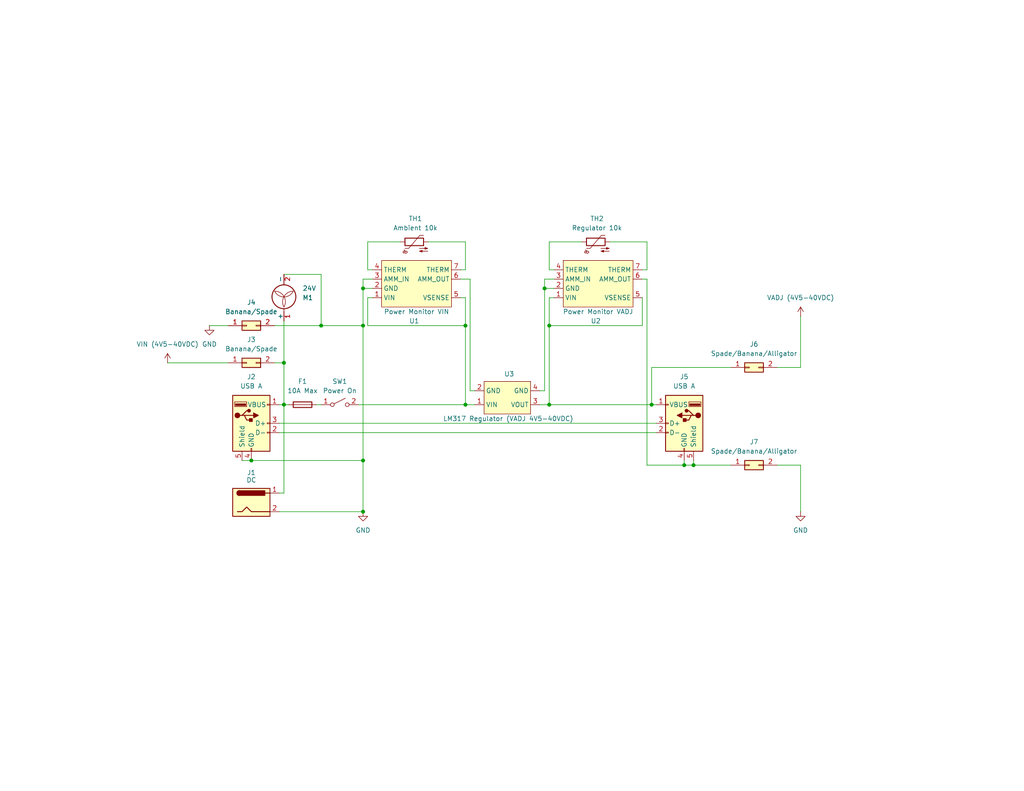
<source format=kicad_sch>
(kicad_sch (version 20250114) (generator "eeschema") (generator_version "9.0")
  (paper "USLetter")
  (title_block (title "Wattson") (date "2025-04-20") (rev "1") (company "Illusion Interactive"))
  (lib_symbols
    (symbol "Connector:Jack-DC" (pin_names (offset 1.016))
      (property "Reference" "J" (at 0 5.334 0))
      (property "Value" "Jack-DC" (at 0 -5.08 0))
      (symbol "Jack-DC_0_1"
        (rectangle (start -5.08 3.81) (end 5.08 -3.81) (stroke (width 0.254)) (fill (type background)))
        (polyline (pts (xy -3.81 -2.54) (xy -2.54 -2.54) (xy -1.27 -1.27) (xy 0 -2.54) (xy 2.54 -2.54) (xy 5.08 -2.54)) (stroke (width 0.254)))
        (arc (start -3.302 1.905) (mid -3.9343 2.54) (end -3.302 3.175) (stroke (width 0.254)))
        (arc (start -3.302 1.905) (mid -3.9343 2.54) (end -3.302 3.175) (stroke (width 0.254)) (fill (type outline)))
        (rectangle (start 3.683 3.175) (end -3.302 1.905) (stroke (width 0.254)) (fill (type outline)))
        (polyline (pts (xy 5.08 2.54) (xy 3.81 2.54)) (stroke (width 0.254)))
      )
      (symbol "Jack-DC_1_1"
        (pin passive line (at 7.62 2.54 180) (length 2.54) (name "~") (number "1"))
        (pin passive line (at 7.62 -2.54 180) (length 2.54) (name "~") (number "2"))
      )
    )
    (symbol "Connector:USB_A" (pin_names (offset 1.016))
      (property "Reference" "J" (at -5.08 11.43 0))
      (property "Value" "USB_A" (at -5.08 8.89 0))
      (symbol "USB_A_0_1"
        (rectangle (start -5.08 -7.62) (end 5.08 7.62) (stroke (width 0.254)) (fill (type background)))
        (circle (center -3.81 2.159) (radius 0.635) (stroke (width 0.254)) (fill (type outline)))
        (polyline (pts (xy -3.175 2.159) (xy -2.54 2.159) (xy -1.27 3.429) (xy -0.635 3.429)) (stroke (width 0.254)))
        (polyline (pts (xy -2.54 2.159) (xy -1.905 2.159) (xy -1.27 0.889) (xy 0 0.889)) (stroke (width 0.254)))
        (rectangle (start -1.524 4.826) (end -4.318 5.334) (fill (type outline)))
        (rectangle (start -1.27 4.572) (end -4.572 5.842))
        (circle (center -0.635 3.429) (radius 0.381) (stroke (width 0.254)) (fill (type outline)))
        (rectangle (start -0.127 -7.62) (end 0.127 -6.858))
        (rectangle (start 0.254 1.27) (end -0.508 0.508) (stroke (width 0.254)) (fill (type outline)))
        (polyline (pts (xy 0.635 2.794) (xy 0.635 1.524) (xy 1.905 2.159) (xy 0.635 2.794)) (stroke (width 0.254)) (fill (type outline)))
        (rectangle (start 5.08 4.953) (end 4.318 5.207))
        (rectangle (start 5.08 -0.127) (end 4.318 0.127))
        (rectangle (start 5.08 -2.667) (end 4.318 -2.413))
      )
      (symbol "USB_A_1_1"
        (polyline (pts (xy -1.905 2.159) (xy 0.635 2.159)) (stroke (width 0.254)))
        (pin passive line (at -2.54 -10.16 90) (length 2.54) (name "Shield") (number "5"))
        (pin power_in line (at 0 -10.16 90) (length 2.54) (name "GND") (number "4"))
        (pin power_in line (at 7.62 5.08 180) (length 2.54) (name "VBUS") (number "1"))
        (pin bidirectional line (at 7.62 0 180) (length 2.54) (name "D+") (number "3"))
        (pin bidirectional line (at 7.62 -2.54 180) (length 2.54) (name "D-") (number "2"))
      )
    )
    (symbol "Connector_Generic:Conn_02x01" (pin_names (offset 1.016) (hide yes))
      (property "Reference" "J" (at 1.27 2.54 0))
      (property "Value" "Conn_02x01" (at 1.27 -2.54 0))
      (symbol "Conn_02x01_1_1"
        (rectangle (start -1.27 1.27) (end 3.81 -1.27) (stroke (width 0.254)) (fill (type background)))
        (rectangle (start -1.27 0.127) (end 0 -0.127) (stroke (width 0.1524)))
        (rectangle (start 3.81 0.127) (end 2.54 -0.127) (stroke (width 0.1524)))
        (pin passive line (at -5.08 0 0) (length 3.81) (name "Pin_1") (number "1"))
        (pin passive line (at 7.62 0 180) (length 3.81) (name "Pin_2") (number "2"))
      )
    )
    (symbol "Custom:Power_Monitor"
      (symbol "Power_Monitor_0_1"
        (rectangle (start -8.89 3.81) (end 10.16 -8.89) (fill (type background)))
      )
      (symbol "Power_Monitor_1_1"
        (pin input line (at -11.43 1.27 0) (length 2.54) (name "VIN") (number "1"))
        (pin input line (at -11.43 -1.27 0) (length 2.54) (name "GND") (number "2"))
        (pin input line (at -11.43 -3.81 0) (length 2.54) (name "AMM_IN") (number "3"))
        (pin input line (at -11.43 -6.35 0) (length 2.54) (name "THERM") (number "4"))
        (pin input line (at 12.7 1.27 180) (length 2.54) (name "VSENSE") (number "5"))
        (pin input line (at 12.7 -3.81 180) (length 2.54) (name "AMM_OUT") (number "6"))
        (pin input line (at 12.7 -6.35 180) (length 2.54) (name "THERM") (number "7"))
      )
    )
    (symbol "Custom:Voltage_Regulator"
      (property "Reference" "U" (at 0 0 0))
      (symbol "Voltage_Regulator_0_1"
        (rectangle (start -6.35 -1.27) (end 6.35 -10.16) (fill (type background)))
      )
      (symbol "Voltage_Regulator_1_1"
        (pin input line (at -8.89 -3.81 0) (length 2.54) (name "VIN") (number "1"))
        (pin input line (at -8.89 -7.62 0) (length 2.54) (name "GND") (number "2"))
        (pin output line (at 8.89 -3.81 180) (length 2.54) (name "VOUT") (number "3"))
        (pin output line (at 8.89 -7.62 180) (length 2.54) (name "GND") (number "4"))
      )
    )
    (symbol "Device:Fuse" (pin_numbers (hide yes)) (pin_names (offset 0))
      (property "Reference" "F" (at 2.032 0 90))
      (property "Value" "Fuse" (at -1.905 0 90))
      (symbol "Fuse_0_1"
        (rectangle (start -0.762 -2.54) (end 0.762 2.54) (stroke (width 0.254)))
        (polyline (pts (xy 0 2.54) (xy 0 -2.54)))
      )
      (symbol "Fuse_1_1"
        (pin passive line (at 0 3.81 270) (length 1.27) (name "~") (number "1"))
        (pin passive line (at 0 -3.81 90) (length 1.27) (name "~") (number "2"))
      )
    )
    (symbol "Device:Thermistor_NTC" (pin_numbers (hide yes)) (pin_names (offset 0))
      (property "Reference" "TH" (at -4.445 0 90))
      (property "Value" "Thermistor_NTC" (at 3.175 0 90))
      (symbol "Thermistor_NTC_0_1"
        (arc (start -3.175 2.413) (mid -3.0506 2.3165) (end -3.048 2.159))
        (arc (start -3.048 2.794) (mid -2.9736 2.9736) (end -2.794 3.048))
        (arc (start -2.794 3.048) (mid -2.6144 2.9736) (end -2.54 2.794))
        (arc (start -2.794 2.54) (mid -2.9736 2.6144) (end -3.048 2.794))
        (arc (start -2.794 1.905) (mid -2.9736 1.9794) (end -3.048 2.159))
        (arc (start -2.54 2.159) (mid -2.6144 1.9794) (end -2.794 1.905))
        (arc (start -2.159 2.794) (mid -2.434 2.5608) (end -2.794 2.54))
        (polyline (pts (xy -2.54 2.159) (xy -2.54 2.794)))
        (polyline (pts (xy -2.54 -3.683) (xy -2.54 -1.397) (xy -2.794 -2.159) (xy -2.286 -2.159) (xy -2.54 -1.397) (xy -2.54 -1.651)) (fill (type outline)))
        (polyline (pts (xy -1.778 2.54) (xy -1.778 1.524) (xy 1.778 -1.524) (xy 1.778 -2.54)))
        (polyline (pts (xy -1.778 -1.397) (xy -1.778 -3.683) (xy -2.032 -2.921) (xy -1.524 -2.921) (xy -1.778 -3.683) (xy -1.778 -3.429)) (fill (type outline)))
        (rectangle (start -1.016 2.54) (end 1.016 -2.54) (stroke (width 0.254)))
      )
      (symbol "Thermistor_NTC_1_1"
        (pin passive line (at 0 3.81 270) (length 1.27) (name "~") (number "1"))
        (pin passive line (at 0 -3.81 90) (length 1.27) (name "~") (number "2"))
      )
    )
    (symbol "Motor:Fan" (pin_names (offset 0))
      (property "Reference" "M" (at 2.54 5.08 0))
      (property "Value" "Fan" (at 2.54 -2.54 0))
      (symbol "Fan_0_1"
        (arc (start 0 3.81) (mid -0.0015 0.9048) (end -2.54 -0.508))
        (polyline (pts (xy 0 4.572) (xy 0 5.08)))
        (polyline (pts (xy 0 4.2672) (xy 0 4.6228)))
        (circle (center 0 1.016) (radius 3.2512) (stroke (width 0.254)))
        (arc (start -2.54 -0.508) (mid 0 1.0618) (end 2.54 -0.508))
        (polyline (pts (xy 0 -2.2352) (xy 0 -2.6416)))
        (polyline (pts (xy 0 -5.08) (xy 0 -4.572)))
        (arc (start 2.54 -0.508) (mid 0.047 0.9315) (end 0 3.81))
      )
      (symbol "Fan_1_1"
        (pin passive line (at 0 7.62 270) (length 2.54) (name "+") (number "1"))
        (pin passive line (at 0 -5.08 90) (length 2.54) (name "-") (number "2"))
      )
    )
    (symbol "Switch:SW_SPST" (pin_names (offset 0) (hide yes))
      (property "Reference" "SW" (at 0 3.175 0))
      (property "Value" "SW_SPST" (at 0 -2.54 0))
      (symbol "SW_SPST_0_0"
        (circle (center -2.032 0) (radius 0.508))
        (polyline (pts (xy -1.524 0.254) (xy 1.524 1.778)))
        (circle (center 2.032 0) (radius 0.508))
      )
      (symbol "SW_SPST_1_1"
        (pin passive line (at -5.08 0 0) (length 2.54) (name "A") (number "1"))
        (pin passive line (at 5.08 0 180) (length 2.54) (name "B") (number "2"))
      )
    )
    (symbol "power:GND" (power) (pin_numbers (hide yes)) (pin_names (offset 0) (hide yes))
      (property "Value" "GND" (at 0 -3.81 0))
      (symbol "GND_0_1"
        (polyline (pts (xy 0 0) (xy 0 -1.27) (xy 1.27 -1.27) (xy 0 -2.54) (xy -1.27 -1.27) (xy 0 -1.27)))
      )
      (symbol "GND_1_1"
        (pin power_in line (at 0 0 270) (length 0) (name "~") (number "1"))
      )
    )
    (symbol "power:VDC" (power) (pin_numbers (hide yes)) (pin_names (offset 0) (hide yes))
      (property "Value" "VDC" (at 0 3.556 0))
      (symbol "VDC_0_1"
        (polyline (pts (xy -0.762 1.27) (xy 0 2.54)))
        (polyline (pts (xy 0 2.54) (xy 0.762 1.27)))
        (polyline (pts (xy 0 0) (xy 0 2.54)))
      )
      (symbol "VDC_1_1"
        (pin power_in line (at 0 0 90) (length 0) (name "~") (number "1"))
      )
    )
  )
  (junction (at 189.23 127))
  (junction (at 186.69 127))
  (junction (at 177.8 110.49))
  (junction (at 99.06 139.7))
  (junction (at 127 110.49))
  (junction (at 99.06 78.74))
  (junction (at 77.47 99.06))
  (junction (at 87.63 88.9))
  (junction (at 149.86 110.49))
  (junction (at 99.06 88.9))
  (junction (at 127 88.9))
  (junction (at 149.86 88.9))
  (junction (at 148.59 78.74))
  (junction (at 77.47 110.49))
  (junction (at 68.58 125.73))
  (junction (at 99.06 125.73))
  (wire (pts (xy 57.15 88.9) (xy 62.23 88.9)))
  (wire (pts (xy 101.6 76.2) (xy 99.06 76.2)))
  (wire (pts (xy 148.59 78.74) (xy 151.13 78.74)))
  (wire (pts (xy 100.33 81.28) (xy 101.6 81.28)))
  (wire (pts (xy 87.63 74.93) (xy 87.63 88.9)))
  (wire (pts (xy 77.47 110.49) (xy 77.47 134.62)))
  (wire (pts (xy 127 66.04) (xy 127 73.66)))
  (wire (pts (xy 100.33 66.04) (xy 100.33 73.66)))
  (wire (pts (xy 177.8 110.49) (xy 179.07 110.49)))
  (wire (pts (xy 68.58 125.73) (xy 99.06 125.73)))
  (wire (pts (xy 149.86 73.66) (xy 149.86 66.04)))
  (wire (pts (xy 149.86 81.28) (xy 149.86 88.9)))
  (wire (pts (xy 97.79 110.49) (xy 127 110.49)))
  (wire (pts (xy 127 81.28) (xy 125.73 81.28)))
  (wire (pts (xy 77.47 74.93) (xy 87.63 74.93)))
  (wire (pts (xy 189.23 125.73) (xy 189.23 127)))
  (wire (pts (xy 77.47 110.49) (xy 76.2 110.49)))
  (wire (pts (xy 99.06 78.74) (xy 101.6 78.74)))
  (wire (pts (xy 148.59 106.68) (xy 148.59 78.74)))
  (wire (pts (xy 148.59 76.2) (xy 151.13 76.2)))
  (wire (pts (xy 149.86 88.9) (xy 175.26 88.9)))
  (wire (pts (xy 218.44 127) (xy 218.44 139.7)))
  (wire (pts (xy 212.09 127) (xy 218.44 127)))
  (wire (pts (xy 86.36 110.49) (xy 87.63 110.49)))
  (wire (pts (xy 149.86 66.04) (xy 158.75 66.04)))
  (wire (pts (xy 74.93 88.9) (xy 87.63 88.9)))
  (wire (pts (xy 127 110.49) (xy 129.54 110.49)))
  (wire (pts (xy 109.22 66.04) (xy 100.33 66.04)))
  (wire (pts (xy 100.33 88.9) (xy 127 88.9)))
  (wire (pts (xy 127 88.9) (xy 127 110.49)))
  (wire (pts (xy 151.13 73.66) (xy 149.86 73.66)))
  (wire (pts (xy 45.72 99.06) (xy 62.23 99.06)))
  (wire (pts (xy 77.47 99.06) (xy 77.47 110.49)))
  (wire (pts (xy 175.26 76.2) (xy 176.53 76.2)))
  (wire (pts (xy 189.23 127) (xy 199.39 127)))
  (wire (pts (xy 147.32 110.49) (xy 149.86 110.49)))
  (wire (pts (xy 116.84 66.04) (xy 127 66.04)))
  (wire (pts (xy 99.06 88.9) (xy 99.06 125.73)))
  (wire (pts (xy 99.06 76.2) (xy 99.06 78.74)))
  (wire (pts (xy 77.47 110.49) (xy 78.74 110.49)))
  (wire (pts (xy 176.53 66.04) (xy 176.53 73.66)))
  (wire (pts (xy 175.26 73.66) (xy 176.53 73.66)))
  (wire (pts (xy 128.27 76.2) (xy 128.27 106.68)))
  (wire (pts (xy 76.2 134.62) (xy 77.47 134.62)))
  (wire (pts (xy 149.86 88.9) (xy 149.86 110.49)))
  (wire (pts (xy 100.33 81.28) (xy 100.33 88.9)))
  (wire (pts (xy 175.26 81.28) (xy 175.26 88.9)))
  (wire (pts (xy 149.86 110.49) (xy 177.8 110.49)))
  (wire (pts (xy 87.63 88.9) (xy 99.06 88.9)))
  (wire (pts (xy 76.2 118.11) (xy 179.07 118.11)))
  (wire (pts (xy 186.69 127) (xy 189.23 127)))
  (wire (pts (xy 128.27 76.2) (xy 125.73 76.2)))
  (wire (pts (xy 77.47 87.63) (xy 77.47 99.06)))
  (wire (pts (xy 186.69 125.73) (xy 186.69 127)))
  (wire (pts (xy 148.59 106.68) (xy 147.32 106.68)))
  (wire (pts (xy 99.06 125.73) (xy 99.06 139.7)))
  (wire (pts (xy 76.2 139.7) (xy 99.06 139.7)))
  (wire (pts (xy 177.8 100.33) (xy 177.8 110.49)))
  (wire (pts (xy 127 73.66) (xy 125.73 73.66)))
  (wire (pts (xy 76.2 115.57) (xy 179.07 115.57)))
  (wire (pts (xy 176.53 76.2) (xy 176.53 127)))
  (wire (pts (xy 166.37 66.04) (xy 176.53 66.04)))
  (wire (pts (xy 218.44 86.36) (xy 218.44 100.33)))
  (wire (pts (xy 176.53 127) (xy 186.69 127)))
  (wire (pts (xy 212.09 100.33) (xy 218.44 100.33)))
  (wire (pts (xy 99.06 78.74) (xy 99.06 88.9)))
  (wire (pts (xy 128.27 106.68) (xy 129.54 106.68)))
  (wire (pts (xy 148.59 78.74) (xy 148.59 76.2)))
  (wire (pts (xy 177.8 100.33) (xy 199.39 100.33)))
  (wire (pts (xy 149.86 81.28) (xy 151.13 81.28)))
  (wire (pts (xy 100.33 73.66) (xy 101.6 73.66)))
  (wire (pts (xy 66.04 125.73) (xy 68.58 125.73)))
  (wire (pts (xy 74.93 99.06) (xy 77.47 99.06)))
  (wire (pts (xy 127 81.28) (xy 127 88.9)))
  (symbol (lib_id "Custom:Power_Monitor") (at 162.56 80.01 0) (mirror x) (unit 1)
    (property "Reference" "U2" (at 162.56 87.63 0))
    (property "Value" "Power Monitor VADJ" (at 163.195 85.09 0))
  )
  (symbol (lib_id "Device:Fuse") (at 82.55 110.49 90) (unit 1)
    (property "Reference" "F1" (at 82.55 104.14 90))
    (property "Value" "10A Max" (at 82.55 106.68 90))
    (property "Description" "Fuse" (effects (hide yes)))
  )
  (symbol (lib_id "Connector:USB_A") (at 186.69 115.57 0) (mirror y) (unit 1)
    (property "Reference" "J5" (at 186.69 102.87 0))
    (property "Value" "USB A" (at 186.69 105.41 0))
    (property "Description" "USB Type A connector" (effects (hide yes)))
  )
  (symbol (lib_id "Custom:Voltage_Regulator") (at 138.43 114.3 0) (mirror x) (unit 1)
    (property "Reference" "U3" (at 138.938 102.108 0))
    (property "Value" "LM317 Regulator (VADJ 4V5-40VDC)" (at 138.684 114.3 0))
  )
  (symbol (lib_id "Connector_Generic:Conn_02x01") (at 67.31 88.9 0) (unit 1)
    (property "Reference" "J4" (at 68.58 82.55 0))
    (property "Value" "Banana/Spade" (at 68.58 85.09 0))
    (property "Description" "Generic connector, double row, 02x01, this symbol is compatible with counter-clockwise, top-bottom and odd-even numbering schemes., script generated (kicad-library-utils/schlib/autogen/connector/)" (effects (hide yes)))
  )
  (symbol (lib_id "Connector_Generic:Conn_02x01") (at 67.31 99.06 0) (unit 1)
    (property "Reference" "J3" (at 68.58 92.71 0))
    (property "Value" "Banana/Spade" (at 68.58 95.25 0))
    (property "Description" "Generic connector, double row, 02x01, this symbol is compatible with counter-clockwise, top-bottom and odd-even numbering schemes., script generated (kicad-library-utils/schlib/autogen/connector/)" (effects (hide yes)))
  )
  (symbol (lib_id "Connector:Jack-DC") (at 68.58 137.16 0) (unit 1)
    (property "Reference" "J1" (at 68.58 129.032 0))
    (property "Value" "DC" (at 68.58 131.064 0))
    (property "Description" "DC Barrel Jack" (effects (hide yes)))
  )
  (symbol (lib_id "power:VDC") (at 218.44 86.36 0) (unit 1)
    (property "Reference" "#PWR05" (effects (hide yes)))
    (property "Value" "VADJ (4V5-40VDC)" (at 218.44 81.28 0))
    (property "Description" "Power symbol creates a global label with name \"VDC\"" (effects (hide yes)))
  )
  (symbol (lib_id "Switch:SW_SPST") (at 92.71 110.49 0) (unit 1)
    (property "Reference" "SW1" (at 92.71 104.14 0))
    (property "Value" "Power On" (at 92.71 106.68 0))
    (property "Description" "Single Pole Single Throw (SPST) switch" (effects (hide yes)))
  )
  (symbol (lib_id "power:VDC") (at 45.72 99.06 0) (unit 1)
    (property "Reference" "#PWR02" (effects (hide yes)))
    (property "Value" "VIN (4V5-40VDC)" (at 45.72 93.98 0))
    (property "Description" "Power symbol creates a global label with name \"VDC\"" (effects (hide yes)))
  )
  (symbol (lib_id "Connector_Generic:Conn_02x01") (at 204.47 127 0) (unit 1)
    (property "Reference" "J7" (at 205.74 120.65 0))
    (property "Value" "Spade/Banana/Alligator" (at 205.74 123.19 0))
    (property "Description" "Generic connector, double row, 02x01, this symbol is compatible with counter-clockwise, top-bottom and odd-even numbering schemes., script generated (kicad-library-utils/schlib/autogen/connector/)" (effects (hide yes)))
  )
  (symbol (lib_id "Device:Thermistor_NTC") (at 162.56 66.04 90) (unit 1)
    (property "Reference" "TH2" (at 162.8775 59.69 90))
    (property "Value" "Regulator 10k" (at 162.8775 62.23 90))
    (property "Description" "Temperature dependent resistor, negative temperature coefficient" (effects (hide yes)))
  )
  (symbol (lib_id "power:GND") (at 99.06 139.7 0) (unit 1)
    (property "Reference" "#PWR01" (effects (hide yes)))
    (property "Value" "GND" (at 99.06 144.78 0))
    (property "Description" "Power symbol creates a global label with name \"GND\" , ground" (effects (hide yes)))
  )
  (symbol (lib_id "Motor:Fan") (at 77.47 80.01 0) (mirror x) (unit 1)
    (property "Reference" "M1" (at 82.55 81.2801 0) (effects (justify left)))
    (property "Value" "24V" (at 82.55 78.7401 0) (effects (justify left)))
    (property "Description" "Fan" (effects (hide yes)))
  )
  (symbol (lib_id "power:GND") (at 218.44 139.7 0) (unit 1)
    (property "Reference" "#PWR04" (effects (hide yes)))
    (property "Value" "GND" (at 218.44 144.78 0))
    (property "Description" "Power symbol creates a global label with name \"GND\" , ground" (effects (hide yes)))
  )
  (symbol (lib_id "Connector:USB_A") (at 68.58 115.57 0) (unit 1)
    (property "Reference" "J2" (at 68.58 102.87 0))
    (property "Value" "USB A" (at 68.58 105.41 0))
    (property "Description" "USB Type A connector" (effects (hide yes)))
  )
  (symbol (lib_id "Connector_Generic:Conn_02x01") (at 204.47 100.33 0) (unit 1)
    (property "Reference" "J6" (at 205.74 93.98 0))
    (property "Value" "Spade/Banana/Alligator" (at 205.74 96.52 0))
    (property "Description" "Generic connector, double row, 02x01, this symbol is compatible with counter-clockwise, top-bottom and odd-even numbering schemes., script generated (kicad-library-utils/schlib/autogen/connector/)" (effects (hide yes)))
  )
  (symbol (lib_id "Custom:Power_Monitor") (at 113.03 80.01 0) (mirror x) (unit 1)
    (property "Reference" "U1" (at 113.03 87.63 0))
    (property "Value" "Power Monitor VIN" (at 113.665 85.09 0))
  )
  (symbol (lib_id "Device:Thermistor_NTC") (at 113.03 66.04 90) (unit 1)
    (property "Reference" "TH1" (at 113.3475 59.69 90))
    (property "Value" "Ambient 10k" (at 113.3475 62.23 90))
    (property "Description" "Temperature dependent resistor, negative temperature coefficient" (effects (hide yes)))
  )
  (symbol (lib_id "power:GND") (at 57.15 88.9 0) (unit 1)
    (property "Reference" "#PWR03" (effects (hide yes)))
    (property "Value" "GND" (at 57.15 93.98 0))
    (property "Description" "Power symbol creates a global label with name \"GND\" , ground" (effects (hide yes)))
  )
)
</source>
